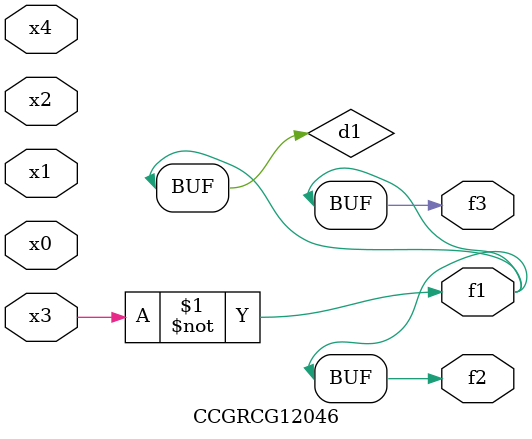
<source format=v>
module CCGRCG12046(
	input x0, x1, x2, x3, x4,
	output f1, f2, f3
);

	wire d1, d2;

	xnor (d1, x3);
	not (d2, x1);
	assign f1 = d1;
	assign f2 = d1;
	assign f3 = d1;
endmodule

</source>
